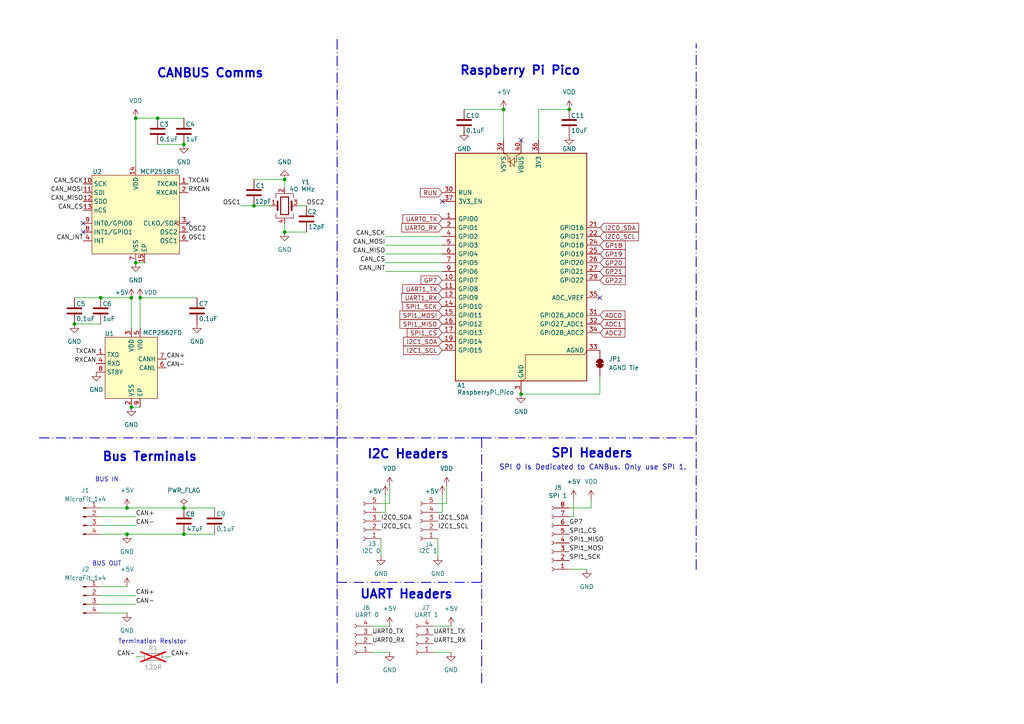
<source format=kicad_sch>
(kicad_sch (version 20250114) (generator "eeschema") (generator_version "9.0")
  (paper "A4")
  (title_block (title "LEOS Stack - Microcontroller & Connectivity") (date "2025-09-30") (rev "2") (company "VIP Lightning From the Edge of Space"))
  (lib_symbols
    (symbol "Connector:Conn_01x04_Pin" (pin_names (offset 1.016) (hide yes))
      (property "Reference" "J" (at 0 5.08 0))
      (property "Value" "Conn_01x04_Pin" (at 0 -7.62 0))
      (symbol "Conn_01x04_Pin_1_1"
        (rectangle (start 0.8636 2.667) (end 0 2.413) (stroke (width 0.1524)) (fill (type outline)))
        (rectangle (start 0.8636 0.127) (end 0 -0.127) (stroke (width 0.1524)) (fill (type outline)))
        (rectangle (start 0.8636 -2.413) (end 0 -2.667) (stroke (width 0.1524)) (fill (type outline)))
        (rectangle (start 0.8636 -4.953) (end 0 -5.207) (stroke (width 0.1524)) (fill (type outline)))
        (polyline (pts (xy 1.27 2.54) (xy 0.8636 2.54)) (stroke (width 0.1524)))
        (polyline (pts (xy 1.27 0) (xy 0.8636 0)) (stroke (width 0.1524)))
        (polyline (pts (xy 1.27 -2.54) (xy 0.8636 -2.54)) (stroke (width 0.1524)))
        (polyline (pts (xy 1.27 -5.08) (xy 0.8636 -5.08)) (stroke (width 0.1524)))
        (pin passive line (at 5.08 2.54 180) (length 3.81) (name "Pin_1") (number "1"))
        (pin passive line (at 5.08 0 180) (length 3.81) (name "Pin_2") (number "2"))
        (pin passive line (at 5.08 -2.54 180) (length 3.81) (name "Pin_3") (number "3"))
        (pin passive line (at 5.08 -5.08 180) (length 3.81) (name "Pin_4") (number "4"))
      )
    )
    (symbol "Connector:Conn_01x04_Socket" (pin_names (offset 1.016) (hide yes))
      (property "Reference" "J" (at 0 5.08 0))
      (property "Value" "Conn_01x04_Socket" (at 0 -7.62 0))
      (symbol "Conn_01x04_Socket_1_1"
        (polyline (pts (xy -1.27 2.54) (xy -0.508 2.54)) (stroke (width 0.1524)))
        (polyline (pts (xy -1.27 0) (xy -0.508 0)) (stroke (width 0.1524)))
        (polyline (pts (xy -1.27 -2.54) (xy -0.508 -2.54)) (stroke (width 0.1524)))
        (polyline (pts (xy -1.27 -5.08) (xy -0.508 -5.08)) (stroke (width 0.1524)))
        (arc (start 0 2.032) (mid -0.5058 2.54) (end 0 3.048) (stroke (width 0.1524)))
        (arc (start 0 -0.508) (mid -0.5058 0) (end 0 0.508) (stroke (width 0.1524)))
        (arc (start 0 -3.048) (mid -0.5058 -2.54) (end 0 -2.032) (stroke (width 0.1524)))
        (arc (start 0 -5.588) (mid -0.5058 -5.08) (end 0 -4.572) (stroke (width 0.1524)))
        (pin passive line (at -5.08 2.54 0) (length 3.81) (name "Pin_1") (number "1"))
        (pin passive line (at -5.08 0 0) (length 3.81) (name "Pin_2") (number "2"))
        (pin passive line (at -5.08 -2.54 0) (length 3.81) (name "Pin_3") (number "3"))
        (pin passive line (at -5.08 -5.08 0) (length 3.81) (name "Pin_4") (number "4"))
      )
    )
    (symbol "Connector:Conn_01x05_Socket" (pin_names (offset 1.016) (hide yes))
      (property "Reference" "J" (at 0 7.62 0))
      (property "Value" "Conn_01x05_Socket" (at 0 -7.62 0))
      (symbol "Conn_01x05_Socket_1_1"
        (polyline (pts (xy -1.27 5.08) (xy -0.508 5.08)) (stroke (width 0.1524)))
        (polyline (pts (xy -1.27 2.54) (xy -0.508 2.54)) (stroke (width 0.1524)))
        (polyline (pts (xy -1.27 0) (xy -0.508 0)) (stroke (width 0.1524)))
        (polyline (pts (xy -1.27 -2.54) (xy -0.508 -2.54)) (stroke (width 0.1524)))
        (polyline (pts (xy -1.27 -5.08) (xy -0.508 -5.08)) (stroke (width 0.1524)))
        (arc (start 0 4.572) (mid -0.5058 5.08) (end 0 5.588) (stroke (width 0.1524)))
        (arc (start 0 2.032) (mid -0.5058 2.54) (end 0 3.048) (stroke (width 0.1524)))
        (arc (start 0 -0.508) (mid -0.5058 0) (end 0 0.508) (stroke (width 0.1524)))
        (arc (start 0 -3.048) (mid -0.5058 -2.54) (end 0 -2.032) (stroke (width 0.1524)))
        (arc (start 0 -5.588) (mid -0.5058 -5.08) (end 0 -4.572) (stroke (width 0.1524)))
        (pin passive line (at -5.08 5.08 0) (length 3.81) (name "Pin_1") (number "1"))
        (pin passive line (at -5.08 2.54 0) (length 3.81) (name "Pin_2") (number "2"))
        (pin passive line (at -5.08 0 0) (length 3.81) (name "Pin_3") (number "3"))
        (pin passive line (at -5.08 -2.54 0) (length 3.81) (name "Pin_4") (number "4"))
        (pin passive line (at -5.08 -5.08 0) (length 3.81) (name "Pin_5") (number "5"))
      )
    )
    (symbol "Connector:Conn_01x08_Socket" (pin_names (offset 1.016) (hide yes))
      (property "Reference" "J" (at 0 10.16 0))
      (property "Value" "Conn_01x08_Socket" (at 0 -12.7 0))
      (symbol "Conn_01x08_Socket_1_1"
        (polyline (pts (xy -1.27 7.62) (xy -0.508 7.62)) (stroke (width 0.1524)))
        (polyline (pts (xy -1.27 5.08) (xy -0.508 5.08)) (stroke (width 0.1524)))
        (polyline (pts (xy -1.27 2.54) (xy -0.508 2.54)) (stroke (width 0.1524)))
        (polyline (pts (xy -1.27 0) (xy -0.508 0)) (stroke (width 0.1524)))
        (polyline (pts (xy -1.27 -2.54) (xy -0.508 -2.54)) (stroke (width 0.1524)))
        (polyline (pts (xy -1.27 -5.08) (xy -0.508 -5.08)) (stroke (width 0.1524)))
        (polyline (pts (xy -1.27 -7.62) (xy -0.508 -7.62)) (stroke (width 0.1524)))
        (polyline (pts (xy -1.27 -10.16) (xy -0.508 -10.16)) (stroke (width 0.1524)))
        (arc (start 0 7.112) (mid -0.5058 7.62) (end 0 8.128) (stroke (width 0.1524)))
        (arc (start 0 4.572) (mid -0.5058 5.08) (end 0 5.588) (stroke (width 0.1524)))
        (arc (start 0 2.032) (mid -0.5058 2.54) (end 0 3.048) (stroke (width 0.1524)))
        (arc (start 0 -0.508) (mid -0.5058 0) (end 0 0.508) (stroke (width 0.1524)))
        (arc (start 0 -3.048) (mid -0.5058 -2.54) (end 0 -2.032) (stroke (width 0.1524)))
        (arc (start 0 -5.588) (mid -0.5058 -5.08) (end 0 -4.572) (stroke (width 0.1524)))
        (arc (start 0 -8.128) (mid -0.5058 -7.62) (end 0 -7.112) (stroke (width 0.1524)))
        (arc (start 0 -10.668) (mid -0.5058 -10.16) (end 0 -9.652) (stroke (width 0.1524)))
        (pin passive line (at -5.08 7.62 0) (length 3.81) (name "Pin_1") (number "1"))
        (pin passive line (at -5.08 5.08 0) (length 3.81) (name "Pin_2") (number "2"))
        (pin passive line (at -5.08 2.54 0) (length 3.81) (name "Pin_3") (number "3"))
        (pin passive line (at -5.08 0 0) (length 3.81) (name "Pin_4") (number "4"))
        (pin passive line (at -5.08 -2.54 0) (length 3.81) (name "Pin_5") (number "5"))
        (pin passive line (at -5.08 -5.08 0) (length 3.81) (name "Pin_6") (number "6"))
        (pin passive line (at -5.08 -7.62 0) (length 3.81) (name "Pin_7") (number "7"))
        (pin passive line (at -5.08 -10.16 0) (length 3.81) (name "Pin_8") (number "8"))
      )
    )
    (symbol "Device:C" (pin_numbers (hide yes)) (pin_names (offset 0.254))
      (property "Reference" "C" (at 0.635 2.54 0))
      (property "Value" "C" (at 0.635 -2.54 0))
      (symbol "C_0_1"
        (polyline (pts (xy -2.032 0.762) (xy 2.032 0.762)) (stroke (width 0.508)))
        (polyline (pts (xy -2.032 -0.762) (xy 2.032 -0.762)) (stroke (width 0.508)))
      )
      (symbol "C_1_1"
        (pin passive line (at 0 3.81 270) (length 2.794) (name "~") (number "1"))
        (pin passive line (at 0 -3.81 90) (length 2.794) (name "~") (number "2"))
      )
    )
    (symbol "Device:Crystal_GND24" (pin_names (offset 1.016) (hide yes))
      (property "Reference" "Y" (at 3.175 5.08 0))
      (property "Value" "Crystal_GND24" (at 3.175 3.175 0))
      (symbol "Crystal_GND24_0_1"
        (polyline (pts (xy -2.54 2.286) (xy -2.54 3.556) (xy 2.54 3.556) (xy 2.54 2.286)))
        (polyline (pts (xy -2.54 0) (xy -2.032 0)))
        (polyline (pts (xy -2.54 -2.286) (xy -2.54 -3.556) (xy 2.54 -3.556) (xy 2.54 -2.286)))
        (polyline (pts (xy -2.032 -1.27) (xy -2.032 1.27)) (stroke (width 0.508)))
        (rectangle (start -1.143 2.54) (end 1.143 -2.54) (stroke (width 0.3048)))
        (polyline (pts (xy 0 3.556) (xy 0 3.81)))
        (polyline (pts (xy 0 -3.81) (xy 0 -3.556)))
        (polyline (pts (xy 2.032 0) (xy 2.54 0)))
        (polyline (pts (xy 2.032 -1.27) (xy 2.032 1.27)) (stroke (width 0.508)))
      )
      (symbol "Crystal_GND24_1_1"
        (pin passive line (at -3.81 0 0) (length 1.27) (name "1") (number "1"))
        (pin passive line (at 0 5.08 270) (length 1.27) (name "2") (number "2"))
        (pin passive line (at 0 -5.08 90) (length 1.27) (name "4") (number "4"))
        (pin passive line (at 3.81 0 180) (length 1.27) (name "3") (number "3"))
      )
    )
    (symbol "Device:R" (pin_numbers (hide yes)) (pin_names (offset 0))
      (property "Reference" "R" (at 2.032 0 90))
      (property "Value" "R" (at 0 0 90))
      (symbol "R_0_1"
        (rectangle (start -1.016 -2.54) (end 1.016 2.54) (stroke (width 0.254)))
      )
      (symbol "R_1_1"
        (pin passive line (at 0 3.81 270) (length 1.27) (name "~") (number "1"))
        (pin passive line (at 0 -3.81 90) (length 1.27) (name "~") (number "2"))
      )
    )
    (symbol "Jumper:SolderJumper_2_Bridged" (pin_numbers (hide yes)) (pin_names (offset 0) (hide yes)) (in_bom no)
      (property "Reference" "JP" (at 0 2.032 0))
      (property "Value" "SolderJumper_2_Bridged" (at 0 -2.54 0))
      (symbol "SolderJumper_2_Bridged_0_1"
        (rectangle (start -0.508 0.508) (end 0.508 -0.508) (fill (type outline)))
        (polyline (pts (xy -0.254 1.016) (xy -0.254 -1.016)))
        (arc (start -0.254 -1.016) (mid -1.2656 0) (end -0.254 1.016))
        (arc (start -0.254 -1.016) (mid -1.2656 0) (end -0.254 1.016) (fill (type outline)))
        (arc (start 0.254 1.016) (mid 1.2656 0) (end 0.254 -1.016))
        (arc (start 0.254 1.016) (mid 1.2656 0) (end 0.254 -1.016) (fill (type outline)))
        (polyline (pts (xy 0.254 1.016) (xy 0.254 -1.016)))
      )
      (symbol "SolderJumper_2_Bridged_1_1"
        (pin passive line (at -3.81 0 0) (length 2.54) (name "A") (number "1"))
        (pin passive line (at 3.81 0 180) (length 2.54) (name "B") (number "2"))
      )
    )
    (symbol "LEOS:MCP2518FD"
      (property "Reference" "U" (at -11.684 11.43 0))
      (property "Value" "MCP2518FD" (at 6.604 11.43 0))
      (symbol "MCP2518FD_1_1"
        (rectangle (start -12.7 10.16) (end 12.7 -12.7) (fill (type background)))
        (pin input line (at -15.24 7.62 0) (length 2.54) (name "SCK") (number "10"))
        (pin input line (at -15.24 5.08 0) (length 2.54) (name "SDI") (number "11"))
        (pin output line (at -15.24 2.54 0) (length 2.54) (name "SDO") (number "12"))
        (pin input line (at -15.24 0 0) (length 2.54) (name "nCS") (number "13"))
        (pin bidirectional line (at -15.24 -3.81 0) (length 2.54) (name "INT0/GPIO0") (number "9"))
        (pin bidirectional line (at -15.24 -6.35 0) (length 2.54) (name "INT1/GPIO1") (number "8"))
        (pin output line (at -15.24 -8.89 0) (length 2.54) (name "INT") (number "4"))
        (pin power_in line (at 0 12.7 270) (length 2.54) (name "VDD") (number "14"))
        (pin power_in line (at 0 -15.24 90) (length 2.54) (name "VSS") (number "7"))
        (pin power_in line (at 2.54 -15.24 90) (length 2.54) (name "EP") (number "15"))
        (pin output line (at 15.24 7.62 180) (length 2.54) (name "TXCAN") (number "1"))
        (pin input line (at 15.24 5.08 180) (length 2.54) (name "RXCAN") (number "2"))
        (pin output clock (at 15.24 -3.81 180) (length 2.54) (name "CLKO/SOF") (number "3"))
        (pin output line (at 15.24 -6.35 180) (length 2.54) (name "OSC2") (number "5"))
        (pin input line (at 15.24 -8.89 180) (length 2.54) (name "OSC1") (number "6"))
      )
    )
    (symbol "LEOS:MCP2562FD"
      (property "Reference" "U" (at -6.858 9.906 0))
      (property "Value" "MCP2562FD" (at 8.636 9.906 0))
      (symbol "MCP2562FD_1_1"
        (rectangle (start -7.62 8.89) (end 7.62 -8.89) (fill (type background)))
        (pin input line (at -10.16 3.81 0) (length 2.54) (name "TXD") (number "1"))
        (pin output line (at -10.16 1.27 0) (length 2.54) (name "RXD") (number "4"))
        (pin input line (at -10.16 -1.27 0) (length 2.54) (name "STBY") (number "8"))
        (pin power_in line (at 0 11.43 270) (length 2.54) (name "VDD") (number "3"))
        (pin power_in line (at 0 -11.43 90) (length 2.54) (name "VSS") (number "2"))
        (pin power_in line (at 2.54 11.43 270) (length 2.54) (name "VIO") (number "5"))
        (pin power_in line (at 2.54 -11.43 90) (length 2.54) (name "EP") (number "9"))
        (pin bidirectional line (at 10.16 2.54 180) (length 2.54) (name "CANH") (number "7"))
        (pin bidirectional line (at 10.16 0 180) (length 2.54) (name "CANL") (number "6"))
      )
    )
    (symbol "MCU_Module:RaspberryPi_Pico" (pin_names (offset 0.762))
      (property "Reference" "A" (at -19.05 35.56 0))
      (property "Value" "RaspberryPi_Pico" (at 7.62 35.56 0))
      (symbol "RaspberryPi_Pico_0_1"
        (rectangle (start -19.05 34.29) (end 19.05 -31.75) (stroke (width 0.254)) (fill (type background)))
        (polyline (pts (xy -5.08 34.29) (xy -3.81 33.655) (xy -3.81 31.75) (xy -3.175 31.75)))
        (polyline (pts (xy -3.429 32.766) (xy -3.429 33.02) (xy -3.175 33.02) (xy -3.175 30.48) (xy -2.921 30.48) (xy -2.921 30.734)))
        (polyline (pts (xy -3.175 31.75) (xy -1.905 33.02) (xy -1.905 30.48) (xy -3.175 31.75)))
        (polyline (pts (xy 0 34.29) (xy -1.27 33.655) (xy -1.27 31.75) (xy -1.905 31.75)))
        (polyline (pts (xy 0 -31.75) (xy 1.27 -31.115) (xy 1.27 -24.13) (xy 18.415 -24.13) (xy 19.05 -22.86)))
      )
      (symbol "RaspberryPi_Pico_1_1"
        (pin passive line (at -22.86 22.86 0) (length 3.81) (name "RUN") (number "30"))
        (pin passive line (at -22.86 20.32 0) (length 3.81) (name "3V3_EN") (number "37"))
        (pin bidirectional line (at -22.86 15.24 0) (length 3.81) (name "GPIO0") (number "1"))
        (pin bidirectional line (at -22.86 12.7 0) (length 3.81) (name "GPIO1") (number "2"))
        (pin bidirectional line (at -22.86 10.16 0) (length 3.81) (name "GPIO2") (number "4"))
        (pin bidirectional line (at -22.86 7.62 0) (length 3.81) (name "GPIO3") (number "5"))
        (pin bidirectional line (at -22.86 5.08 0) (length 3.81) (name "GPIO4") (number "6"))
        (pin bidirectional line (at -22.86 2.54 0) (length 3.81) (name "GPIO5") (number "7"))
        (pin bidirectional line (at -22.86 0 0) (length 3.81) (name "GPIO6") (number "9"))
        (pin bidirectional line (at -22.86 -2.54 0) (length 3.81) (name "GPIO7") (number "10"))
        (pin bidirectional line (at -22.86 -5.08 0) (length 3.81) (name "GPIO8") (number "11"))
        (pin bidirectional line (at -22.86 -7.62 0) (length 3.81) (name "GPIO9") (number "12"))
        (pin bidirectional line (at -22.86 -10.16 0) (length 3.81) (name "GPIO10") (number "14"))
        (pin bidirectional line (at -22.86 -12.7 0) (length 3.81) (name "GPIO11") (number "15"))
        (pin bidirectional line (at -22.86 -15.24 0) (length 3.81) (name "GPIO12") (number "16"))
        (pin bidirectional line (at -22.86 -17.78 0) (length 3.81) (name "GPIO13") (number "17"))
        (pin bidirectional line (at -22.86 -20.32 0) (length 3.81) (name "GPIO14") (number "19"))
        (pin bidirectional line (at -22.86 -22.86 0) (length 3.81) (name "GPIO15") (number "20"))
        (pin power_in line (at -5.08 38.1 270) (length 3.81) (name "VSYS") (number "39"))
        (pin power_out line (at 0 38.1 270) (length 3.81) (name "VBUS") (number "40"))
        (pin passive line (at 0 -35.56 90) (length 3.81) (hide yes) (name "GND") (number "13"))
        (pin passive line (at 0 -35.56 90) (length 3.81) (hide yes) (name "GND") (number "18"))
        (pin passive line (at 0 -35.56 90) (length 3.81) (hide yes) (name "GND") (number "23"))
        (pin passive line (at 0 -35.56 90) (length 3.81) (hide yes) (name "GND") (number "28"))
        (pin power_out line (at 0 -35.56 90) (length 3.81) (name "GND") (number "3"))
        (pin passive line (at 0 -35.56 90) (length 3.81) (hide yes) (name "GND") (number "38"))
        (pin passive line (at 0 -35.56 90) (length 3.81) (hide yes) (name "GND") (number "8"))
        (pin power_out line (at 5.08 38.1 270) (length 3.81) (name "3V3") (number "36"))
        (pin bidirectional line (at 22.86 12.7 180) (length 3.81) (name "GPIO16") (number "21"))
        (pin bidirectional line (at 22.86 10.16 180) (length 3.81) (name "GPIO17") (number "22"))
        (pin bidirectional line (at 22.86 7.62 180) (length 3.81) (name "GPIO18") (number "24"))
        (pin bidirectional line (at 22.86 5.08 180) (length 3.81) (name "GPIO19") (number "25"))
        (pin bidirectional line (at 22.86 2.54 180) (length 3.81) (name "GPIO20") (number "26"))
        (pin bidirectional line (at 22.86 0 180) (length 3.81) (name "GPIO21") (number "27"))
        (pin bidirectional line (at 22.86 -2.54 180) (length 3.81) (name "GPIO22") (number "29"))
        (pin power_in line (at 22.86 -7.62 180) (length 3.81) (name "ADC_VREF") (number "35"))
        (pin bidirectional line (at 22.86 -12.7 180) (length 3.81) (name "GPIO26_ADC0") (number "31"))
        (pin bidirectional line (at 22.86 -15.24 180) (length 3.81) (name "GPIO27_ADC1") (number "32"))
        (pin bidirectional line (at 22.86 -17.78 180) (length 3.81) (name "GPIO28_ADC2") (number "34"))
        (pin power_out line (at 22.86 -22.86 180) (length 3.81) (name "AGND") (number "33"))
      )
    )
    (symbol "power:+5V" (power) (pin_numbers (hide yes)) (pin_names (offset 0) (hide yes))
      (property "Value" "+5V" (at 0 3.556 0))
      (symbol "+5V_0_1"
        (polyline (pts (xy -0.762 1.27) (xy 0 2.54)))
        (polyline (pts (xy 0 2.54) (xy 0.762 1.27)))
        (polyline (pts (xy 0 0) (xy 0 2.54)))
      )
      (symbol "+5V_1_1"
        (pin power_in line (at 0 0 90) (length 0) (name "~") (number "1"))
      )
    )
    (symbol "power:GND" (power) (pin_numbers (hide yes)) (pin_names (offset 0) (hide yes))
      (property "Value" "GND" (at 0 -3.81 0))
      (symbol "GND_0_1"
        (polyline (pts (xy 0 0) (xy 0 -1.27) (xy 1.27 -1.27) (xy 0 -2.54) (xy -1.27 -1.27) (xy 0 -1.27)))
      )
      (symbol "GND_1_1"
        (pin power_in line (at 0 0 270) (length 0) (name "~") (number "1"))
      )
    )
    (symbol "power:PWR_FLAG" (power) (pin_numbers (hide yes)) (pin_names (offset 0) (hide yes))
      (property "Value" "PWR_FLAG" (at 0 3.81 0))
      (symbol "PWR_FLAG_0_0"
        (pin power_out line (at 0 0 90) (length 0) (name "~") (number "1"))
      )
      (symbol "PWR_FLAG_0_1"
        (polyline (pts (xy 0 0) (xy 0 1.27) (xy -1.016 1.905) (xy 0 2.54) (xy 1.016 1.905) (xy 0 1.27)))
      )
    )
    (symbol "power:VDD" (power) (pin_numbers (hide yes)) (pin_names (offset 0) (hide yes))
      (property "Value" "VDD" (at 0 3.556 0))
      (symbol "VDD_0_1"
        (polyline (pts (xy -0.762 1.27) (xy 0 2.54)))
        (polyline (pts (xy 0 2.54) (xy 0.762 1.27)))
        (polyline (pts (xy 0 0) (xy 0 2.54)))
      )
      (symbol "VDD_1_1"
        (pin power_in line (at 0 0 90) (length 0) (name "~") (number "1"))
      )
    )
  )
  (text "CANBUS Comms" (at 60.96 21.336 0) (effects (font (size 2.54 2.54) (thickness 0.508) (bold yes))))
  (text "SPI 0 Is Dedicated to CANBus. Only use SPI 1." (at 171.958 135.636 0) (effects (font (size 1.5 1.5) (thickness 0.1875))))
  (text "Raspberry Pi Pico" (at 150.876 20.574 0) (effects (font (size 2.54 2.54) (thickness 0.508) (bold yes))))
  (text "I2C Headers" (at 118.364 131.826 0) (effects (font (size 2.54 2.54) (thickness 0.508) (bold yes))))
  (text "SPI Headers" (at 171.704 131.572 0) (effects (font (size 2.54 2.54) (thickness 0.508) (bold yes))))
  (text "BUS IN" (at 30.988 139.192 0) (effects (font (size 1.27 1.27))))
  (text "UART Headers" (at 117.856 172.466 0) (effects (font (size 2.54 2.54) (thickness 0.508) (bold yes))))
  (text "Termination Resistor" (at 44.196 186.182 0) (effects (font (size 1.27 1.27))))
  (text "BUS OUT" (at 30.988 163.576 0) (effects (font (size 1.27 1.27))))
  (text "Bus Terminals" (at 43.434 132.588 0) (effects (font (size 2.54 2.54) (thickness 0.508) (bold yes))))
  (junction (at 29.21 86.36))
  (junction (at 73.66 59.69))
  (junction (at 21.59 93.98))
  (junction (at 82.55 52.07))
  (junction (at 165.1 31.75))
  (junction (at 53.34 147.32))
  (junction (at 36.83 147.32))
  (junction (at 38.1 118.11))
  (junction (at 82.55 67.31))
  (junction (at 38.1 86.36))
  (junction (at 36.83 154.94))
  (junction (at 45.72 34.29))
  (junction (at 53.34 41.91))
  (junction (at 39.37 76.2))
  (junction (at 53.34 154.94))
  (junction (at 151.13 114.3))
  (junction (at 40.64 86.36))
  (junction (at 39.37 34.29))
  (junction (at 146.05 31.75))
  (no_connect (at 151.13 40.64))
  (no_connect (at 128.27 58.42))
  (no_connect (at 24.13 67.31))
  (no_connect (at 54.61 64.77))
  (no_connect (at 173.99 86.36))
  (no_connect (at 24.13 64.77))
  (wire (pts (xy 45.72 34.29) (xy 53.34 34.29)))
  (wire (pts (xy 45.72 41.91) (xy 53.34 41.91)))
  (wire (pts (xy 29.21 172.72) (xy 39.37 172.72)))
  (polyline (pts (xy 139.7 127) (xy 201.93 127)) (stroke (width 0.254) (type dash_dot)))
  (wire (pts (xy 165.1 165.1) (xy 170.18 165.1)))
  (wire (pts (xy 39.37 76.2) (xy 41.91 76.2)))
  (wire (pts (xy 173.99 109.22) (xy 173.99 114.3)))
  (wire (pts (xy 165.1 147.32) (xy 171.45 147.32)))
  (wire (pts (xy 29.21 154.94) (xy 36.83 154.94)))
  (wire (pts (xy 113.03 140.97) (xy 113.03 146.05)))
  (wire (pts (xy 53.34 147.32) (xy 62.23 147.32)))
  (wire (pts (xy 73.66 52.07) (xy 82.55 52.07)))
  (wire (pts (xy 129.54 146.05) (xy 129.54 140.97)))
  (wire (pts (xy 40.64 86.36) (xy 57.15 86.36)))
  (wire (pts (xy 134.62 31.75) (xy 146.05 31.75)))
  (wire (pts (xy 111.76 78.74) (xy 128.27 78.74)))
  (wire (pts (xy 171.45 147.32) (xy 171.45 144.78)))
  (polyline (pts (xy 11.43 127) (xy 97.79 127)) (stroke (width 0.254) (type dash_dot)))
  (wire (pts (xy 73.66 59.69) (xy 78.74 59.69)))
  (wire (pts (xy 82.55 64.77) (xy 82.55 67.31)))
  (wire (pts (xy 151.13 114.3) (xy 173.99 114.3)))
  (polyline (pts (xy 139.7 127) (xy 139.7 198.12)) (stroke (width 0.254) (type dash_dot)))
  (wire (pts (xy 29.21 147.32) (xy 36.83 147.32)))
  (wire (pts (xy 113.03 146.05) (xy 110.49 146.05)))
  (wire (pts (xy 29.21 149.86) (xy 39.37 149.86)))
  (wire (pts (xy 86.36 59.69) (xy 88.9 59.69)))
  (wire (pts (xy 130.81 189.23) (xy 125.73 189.23)))
  (wire (pts (xy 130.81 181.61) (xy 125.73 181.61)))
  (wire (pts (xy 111.76 148.59) (xy 110.49 148.59)))
  (wire (pts (xy 111.76 143.51) (xy 111.76 148.59)))
  (polyline (pts (xy 97.79 168.91) (xy 139.7 168.91)) (stroke (width 0.254) (type dash_dot)))
  (wire (pts (xy 128.27 148.59) (xy 128.27 143.51)))
  (wire (pts (xy 38.1 118.11) (xy 40.64 118.11)))
  (wire (pts (xy 111.76 73.66) (xy 128.27 73.66)))
  (wire (pts (xy 166.37 149.86) (xy 166.37 144.78)))
  (wire (pts (xy 53.34 154.94) (xy 62.23 154.94)))
  (wire (pts (xy 29.21 175.26) (xy 39.37 175.26)))
  (wire (pts (xy 129.54 146.05) (xy 127 146.05)))
  (wire (pts (xy 36.83 154.94) (xy 53.34 154.94)))
  (wire (pts (xy 110.49 156.21) (xy 110.49 161.29)))
  (wire (pts (xy 111.76 68.58) (xy 128.27 68.58)))
  (wire (pts (xy 165.1 149.86) (xy 166.37 149.86)))
  (wire (pts (xy 40.64 95.25) (xy 40.64 86.36)))
  (wire (pts (xy 39.37 190.5) (xy 40.64 190.5)))
  (polyline (pts (xy 97.79 127) (xy 97.79 198.12)) (stroke (width 0.254) (type dash_dot)))
  (wire (pts (xy 111.76 76.2) (xy 128.27 76.2)))
  (wire (pts (xy 128.27 148.59) (xy 127 148.59)))
  (polyline (pts (xy 97.79 11.43) (xy 97.79 127)) (stroke (width 0.254) (type dash_dot)))
  (wire (pts (xy 146.05 31.75) (xy 146.05 40.64)))
  (wire (pts (xy 156.21 40.64) (xy 156.21 31.75)))
  (polyline (pts (xy 93.98 127) (xy 97.79 127)) (stroke (width 0.254) (type dash_dot)))
  (wire (pts (xy 111.76 71.12) (xy 128.27 71.12)))
  (wire (pts (xy 127 156.21) (xy 127 161.29)))
  (wire (pts (xy 38.1 86.36) (xy 38.1 95.25)))
  (wire (pts (xy 39.37 34.29) (xy 45.72 34.29)))
  (wire (pts (xy 38.1 86.36) (xy 29.21 86.36)))
  (polyline (pts (xy 201.93 165.1) (xy 201.93 12.7)) (stroke (width 0.254) (type dash_dot)))
  (wire (pts (xy 29.21 170.18) (xy 36.83 170.18)))
  (wire (pts (xy 21.59 86.36) (xy 29.21 86.36)))
  (wire (pts (xy 156.21 31.75) (xy 165.1 31.75)))
  (wire (pts (xy 29.21 177.8) (xy 36.83 177.8)))
  (polyline (pts (xy 97.79 127) (xy 139.7 127)) (stroke (width 0.254) (type dash_dot)))
  (wire (pts (xy 39.37 34.29) (xy 39.37 48.26)))
  (wire (pts (xy 29.21 152.4) (xy 39.37 152.4)))
  (wire (pts (xy 36.83 147.32) (xy 53.34 147.32)))
  (wire (pts (xy 82.55 52.07) (xy 82.55 54.61)))
  (wire (pts (xy 21.59 93.98) (xy 29.21 93.98)))
  (wire (pts (xy 113.03 189.23) (xy 107.95 189.23)))
  (wire (pts (xy 134.62 39.37) (xy 134.62 38.1)))
  (wire (pts (xy 82.55 67.31) (xy 88.9 67.31)))
  (wire (pts (xy 113.03 181.61) (xy 107.95 181.61)))
  (wire (pts (xy 49.53 190.5) (xy 48.26 190.5)))
  (wire (pts (xy 69.85 59.69) (xy 73.66 59.69)))
  (label "CAN_MOSI" (at 111.76 71.12 180))
  (label "CAN+" (at 39.37 149.86 0))
  (label "CAN_INT" (at 111.76 78.74 180))
  (label "UART1_TX" (at 125.73 184.15 0))
  (label "I2C1_SDA" (at 127 151.13 0))
  (label "TXCAN" (at 54.61 53.34 0))
  (label "SPI1_MISO" (at 165.1 157.48 0))
  (label "CAN+" (at 39.37 172.72 0))
  (label "I2C0_SDA" (at 110.49 151.13 0))
  (label "TXCAN" (at 27.94 102.87 180))
  (label "OSC1" (at 69.85 59.69 180))
  (label "OSC1" (at 54.61 69.85 0))
  (label "I2C0_SCL" (at 110.49 153.67 0))
  (label "CAN-" (at 39.37 175.26 0))
  (label "CAN_SCK" (at 111.76 68.58 180))
  (label "CAN_MISO" (at 24.13 58.42 180))
  (label "CAN_INT" (at 24.13 69.85 180))
  (label "CAN+" (at 48.26 104.14 0))
  (label "SPI1_CS" (at 165.1 154.94 0))
  (label "CAN_CS" (at 24.13 60.96 180))
  (label "CAN_SCK" (at 24.13 53.34 180))
  (label "OSC2" (at 54.61 67.31 0))
  (label "RXCAN" (at 54.61 55.88 0))
  (label "CAN-" (at 39.37 152.4 0))
  (label "CAN-" (at 39.37 190.5 180))
  (label "SPI1_MOSI" (at 165.1 160.02 0))
  (label "CAN_MOSI" (at 24.13 55.88 180))
  (label "RXCAN" (at 27.94 105.41 180))
  (label "CAN_MISO" (at 111.76 73.66 180))
  (label "CAN_CS" (at 111.76 76.2 180))
  (label "OSC2" (at 88.9 59.69 0))
  (label "CAN-" (at 48.26 106.68 0))
  (label "I2C1_SCL" (at 127 153.67 0))
  (label "CAN+" (at 49.53 190.5 0))
  (label "UART0_RX" (at 107.95 186.69 0))
  (label "SPI1_SCK" (at 165.1 162.56 0))
  (label "GP7" (at 165.1 152.4 0))
  (label "UART1_RX" (at 125.73 186.69 0))
  (label "UART0_TX" (at 107.95 184.15 0))
  (global_label "RUN" (shape input) (at 128.27 55.88 180) (property "Intersheetrefs" "${INTERSHEET_REFS}" (effects (hide yes))))
  (global_label "UART1_TX" (shape input) (at 128.27 83.82 180) (property "Intersheetrefs" "${INTERSHEET_REFS}" (effects (hide yes))))
  (global_label "UART0_RX" (shape input) (at 128.27 66.04 180) (property "Intersheetrefs" "${INTERSHEET_REFS}" (effects (hide yes))))
  (global_label "SPI1_SCK" (shape input) (at 128.27 88.9 180) (property "Intersheetrefs" "${INTERSHEET_REFS}" (effects (hide yes))))
  (global_label "GP18" (shape input) (at 173.99 71.12 0) (property "Intersheetrefs" "${INTERSHEET_REFS}" (effects (hide yes))))
  (global_label "GP22" (shape input) (at 173.99 81.28 0) (property "Intersheetrefs" "${INTERSHEET_REFS}" (effects (hide yes))))
  (global_label "GP19" (shape input) (at 173.99 73.66 0) (property "Intersheetrefs" "${INTERSHEET_REFS}" (effects (hide yes))))
  (global_label "GP21" (shape input) (at 173.99 78.74 0) (property "Intersheetrefs" "${INTERSHEET_REFS}" (effects (hide yes))))
  (global_label "GP20" (shape input) (at 173.99 76.2 0) (property "Intersheetrefs" "${INTERSHEET_REFS}" (effects (hide yes))))
  (global_label "I2C1_SDA" (shape input) (at 128.27 99.06 180) (property "Intersheetrefs" "${INTERSHEET_REFS}" (effects (hide yes))))
  (global_label "GP7" (shape input) (at 128.27 81.28 180) (property "Intersheetrefs" "${INTERSHEET_REFS}" (effects (hide yes))))
  (global_label "ADC0" (shape input) (at 173.99 91.44 0) (property "Intersheetrefs" "${INTERSHEET_REFS}" (effects (hide yes))))
  (global_label "I2C1_SCL" (shape input) (at 128.27 101.6 180) (property "Intersheetrefs" "${INTERSHEET_REFS}" (effects (hide yes))))
  (global_label "ADC2" (shape input) (at 173.99 96.52 0) (property "Intersheetrefs" "${INTERSHEET_REFS}" (effects (hide yes))))
  (global_label "UART0_TX" (shape input) (at 128.27 63.5 180) (property "Intersheetrefs" "${INTERSHEET_REFS}" (effects (hide yes))))
  (global_label "SPI1_MOSI" (shape input) (at 128.27 91.44 180) (property "Intersheetrefs" "${INTERSHEET_REFS}" (effects (hide yes))))
  (global_label "UART1_RX" (shape input) (at 128.27 86.36 180) (property "Intersheetrefs" "${INTERSHEET_REFS}" (effects (hide yes))))
  (global_label "I2C0_SCL" (shape input) (at 173.99 68.58 0) (property "Intersheetrefs" "${INTERSHEET_REFS}" (effects (hide yes))))
  (global_label "SPI1_MISO" (shape input) (at 128.27 93.98 180) (property "Intersheetrefs" "${INTERSHEET_REFS}" (effects (hide yes))))
  (global_label "SPI1_CS" (shape input) (at 128.27 96.52 180) (property "Intersheetrefs" "${INTERSHEET_REFS}" (effects (hide yes))))
  (global_label "I2C0_SDA" (shape input) (at 173.99 66.04 0) (property "Intersheetrefs" "${INTERSHEET_REFS}" (effects (hide yes))))
  (global_label "ADC1" (shape input) (at 173.99 93.98 0) (property "Intersheetrefs" "${INTERSHEET_REFS}" (effects (hide yes))))
  (symbol (lib_id "Device:C") (at 53.34 151.13 0) (unit 1)
    (property "Reference" "C8" (at 53.848 149.098 0) (effects (justify left)))
    (property "Value" "47uF" (at 54.102 153.416 0) (effects (justify left)))
    (property "Footprint" "Capacitor_SMD:C_0603_1608Metric" (effects (hide yes)))
    (property "Description" "Unpolarized capacitor" (effects (hide yes)))
  )
  (symbol (lib_id "Connector:Conn_01x05_Socket") (at 105.41 151.13 180) (unit 1)
    (property "Reference" "J3" (at 107.95 157.734 0))
    (property "Value" "I2C 0" (at 107.696 159.766 0))
    (property "Footprint" "Connector_PinSocket_2.54mm:PinSocket_1x05_P2.54mm_Horizontal" (effects (hide yes)))
    (property "Description" "Generic connector, single row, 01x05, script generated" (effects (hide yes)))
  )
  (symbol (lib_id "Connector:Conn_01x08_Socket") (at 160.02 157.48 180) (unit 1)
    (property "Reference" "J5" (at 161.798 141.478 0))
    (property "Value" "SPI 1" (at 161.798 143.764 0))
    (property "Footprint" "Connector_PinSocket_2.54mm:PinSocket_1x08_P2.54mm_Horizontal" (effects (hide yes)))
    (property "Description" "Generic connector, single row, 01x08, script generated" (effects (hide yes)))
  )
  (symbol (lib_id "Connector:Conn_01x04_Pin") (at 24.13 149.86 0) (unit 1)
    (property "Reference" "J1" (at 24.765 142.24 0))
    (property "Value" "MicroFit_1x4" (at 24.765 144.78 0))
    (property "Footprint" "Connector_Molex:Molex_Micro-Fit_3.0_43650-0410_1x04-1MP_P3.00mm_Horizontal_PnP" (effects (hide yes)))
    (property "Description" "Generic connector, single row, 01x04, script generated" (effects (hide yes)))
  )
  (symbol (lib_id "MCU_Module:RaspberryPi_Pico") (at 151.13 78.74 0) (unit 1)
    (property "Reference" "A1" (at 132.588 111.76 0) (effects (justify left)))
    (property "Value" "RaspberryPi_Pico" (at 132.588 113.792 0) (effects (justify left)))
    (property "Footprint" "Module:RaspberryPi_Pico_Common_THT" (effects (hide yes)))
    (property "Datasheet" "https://datasheets.raspberrypi.com/pico/pico-datasheet.pdf" (effects (hide yes)))
    (property "Description" "Versatile and inexpensive microcontroller module powered by RP2040 dual-core Arm Cortex-M0+ processor up to 133 MHz, 264kB SRAM, 2MB QSPI flash; also supports Raspberry Pi Pico 2" (effects (hide yes)))
  )
  (symbol (lib_id "Jumper:SolderJumper_2_Bridged") (at 173.99 105.41 90) (unit 1) (in_bom no)
    (property "Reference" "JP1" (at 176.53 104.1399 90) (effects (justify right)))
    (property "Value" "AGND Tie" (at 176.53 106.6799 90) (effects (justify right)))
    (property "Footprint" "Jumper:SolderJumper-2_P1.3mm_Bridged_RoundedPad1.0x1.5mm" (effects (hide yes)))
    (property "Description" "Solder Jumper, 2-pole, closed/bridged" (effects (hide yes)))
  )
  (symbol (lib_id "power:GND") (at 36.83 154.94 0) (unit 1)
    (property "Reference" "#PWR010" (effects (hide yes)))
    (property "Value" "GND" (at 36.83 160.02 0))
    (property "Description" "Power symbol creates a global label with name \"GND\" , ground" (effects (hide yes)))
  )
  (symbol (lib_id "power:+5V") (at 128.27 143.51 0) (unit 1)
    (property "Reference" "#PWR033" (effects (hide yes)))
    (property "Value" "+5V" (at 125.222 142.494 0))
    (property "Description" "Power symbol creates a global label with name \"+5V\"" (effects (hide yes)))
  )
  (symbol (lib_id "power:GND") (at 82.55 67.31 0) (unit 1)
    (property "Reference" "#PWR06" (effects (hide yes)))
    (property "Value" "GND" (at 82.55 72.39 0))
    (property "Description" "Power symbol creates a global label with name \"GND\" , ground" (effects (hide yes)))
  )
  (symbol (lib_id "power:+5V") (at 113.03 181.61 0) (unit 1)
    (property "Reference" "#PWR017" (effects (hide yes)))
    (property "Value" "+5V" (at 113.03 176.53 0))
    (property "Description" "Power symbol creates a global label with name \"+5V\"" (effects (hide yes)))
  )
  (symbol (lib_id "power:+5V") (at 38.1 86.36 0) (unit 1)
    (property "Reference" "#PWR03" (effects (hide yes)))
    (property "Value" "+5V" (at 35.306 84.836 0))
    (property "Description" "Power symbol creates a global label with name \"+5V\"" (effects (hide yes)))
  )
  (symbol (lib_id "power:GND") (at 134.62 38.1 0) (unit 1)
    (property "Reference" "#PWR019" (effects (hide yes)))
    (property "Value" "GND" (at 134.62 43.18 0))
    (property "Description" "Power symbol creates a global label with name \"GND\" , ground" (effects (hide yes)))
  )
  (symbol (lib_id "Device:C") (at 88.9 63.5 180) (unit 1)
    (property "Reference" "C2" (at 89.154 61.468 0) (effects (justify right)))
    (property "Value" "12pF" (at 89.408 65.786 0) (effects (justify right)))
    (property "Footprint" "Capacitor_SMD:C_0603_1608Metric" (effects (hide yes)))
    (property "Description" "Unpolarized capacitor" (effects (hide yes)))
  )
  (symbol (lib_id "power:VDD") (at 129.54 140.97 0) (unit 1)
    (property "Reference" "#PWR032" (effects (hide yes)))
    (property "Value" "VDD" (at 129.54 135.89 0))
    (property "Description" "Power symbol creates a global label with name \"VDD\"" (effects (hide yes)))
  )
  (symbol (lib_id "power:GND") (at 151.13 114.3 0) (unit 1)
    (property "Reference" "#PWR016" (effects (hide yes)))
    (property "Value" "GND" (at 151.13 119.38 0))
    (property "Description" "Power symbol creates a global label with name \"GND\" , ground" (effects (hide yes)))
  )
  (symbol (lib_id "power:VDD") (at 171.45 144.78 0) (unit 1)
    (property "Reference" "#PWR035" (effects (hide yes)))
    (property "Value" "VDD" (at 171.45 139.7 0))
    (property "Description" "Power symbol creates a global label with name \"VDD\"" (effects (hide yes)))
  )
  (symbol (lib_id "power:+5V") (at 36.83 147.32 0) (unit 1)
    (property "Reference" "#PWR09" (effects (hide yes)))
    (property "Value" "+5V" (at 36.83 142.24 0))
    (property "Description" "Power symbol creates a global label with name \"+5V\"" (effects (hide yes)))
  )
  (symbol (lib_id "power:GND") (at 82.55 52.07 180) (unit 1)
    (property "Reference" "#PWR07" (effects (hide yes)))
    (property "Value" "GND" (at 82.55 46.99 0))
    (property "Description" "Power symbol creates a global label with name \"GND\" , ground" (effects (hide yes)))
  )
  (symbol (lib_id "Connector:Conn_01x04_Socket") (at 120.65 186.69 180) (unit 1)
    (property "Reference" "J7" (at 123.444 176.276 0))
    (property "Value" "UART 1" (at 123.698 178.308 0))
    (property "Footprint" "Connector_PinSocket_2.54mm:PinSocket_1x04_P2.54mm_Horizontal" (effects (hide yes)))
    (property "Description" "Generic connector, single row, 01x04, script generated" (effects (hide yes)))
  )
  (symbol (lib_id "power:GND") (at 57.15 93.98 0) (unit 1)
    (property "Reference" "#PWR015" (effects (hide yes)))
    (property "Value" "GND" (at 57.15 99.06 0))
    (property "Description" "Power symbol creates a global label with name \"GND\" , ground" (effects (hide yes)))
  )
  (symbol (lib_id "power:PWR_FLAG") (at 53.34 147.32 0) (unit 1)
    (property "Reference" "#FLG01" (effects (hide yes)))
    (property "Value" "PWR_FLAG" (at 53.34 142.24 0))
    (property "Description" "Special symbol for telling ERC where power comes from" (effects (hide yes)))
  )
  (symbol (lib_id "power:GND") (at 53.34 41.91 0) (unit 1)
    (property "Reference" "#PWR04" (effects (hide yes)))
    (property "Value" "GND" (at 53.34 46.99 0))
    (property "Description" "Power symbol creates a global label with name \"GND\" , ground" (effects (hide yes)))
  )
  (symbol (lib_id "Device:C") (at 29.21 90.17 0) (unit 1)
    (property "Reference" "C6" (at 29.718 88.138 0) (effects (justify left)))
    (property "Value" "1uF" (at 29.718 92.456 0) (effects (justify left)))
    (property "Footprint" "Capacitor_SMD:C_0603_1608Metric" (effects (hide yes)))
    (property "Description" "Unpolarized capacitor" (effects (hide yes)))
  )
  (symbol (lib_id "Device:C") (at 21.59 90.17 0) (unit 1)
    (property "Reference" "C5" (at 22.098 88.138 0) (effects (justify left)))
    (property "Value" "0.1uF" (at 22.098 92.456 0) (effects (justify left)))
    (property "Footprint" "Capacitor_SMD:C_0603_1608Metric" (effects (hide yes)))
    (property "Description" "Unpolarized capacitor" (effects (hide yes)))
  )
  (symbol (lib_id "power:GND") (at 21.59 93.98 0) (unit 1)
    (property "Reference" "#PWR01" (effects (hide yes)))
    (property "Value" "GND" (at 21.59 99.06 0))
    (property "Description" "Power symbol creates a global label with name \"GND\" , ground" (effects (hide yes)))
  )
  (symbol (lib_id "power:GND") (at 27.94 107.95 0) (unit 1)
    (property "Reference" "#PWR08" (effects (hide yes)))
    (property "Value" "GND" (at 27.94 113.03 0))
    (property "Description" "Power symbol creates a global label with name \"GND\" , ground" (effects (hide yes)))
  )
  (symbol (lib_id "power:GND") (at 38.1 118.11 0) (unit 1)
    (property "Reference" "#PWR013" (effects (hide yes)))
    (property "Value" "GND" (at 38.1 123.19 0))
    (property "Description" "Power symbol creates a global label with name \"GND\" , ground" (effects (hide yes)))
  )
  (symbol (lib_id "power:GND") (at 165.1 39.37 0) (unit 1)
    (property "Reference" "#PWR021" (effects (hide yes)))
    (property "Value" "GND" (at 165.1 43.18 0))
    (property "Description" "Power symbol creates a global label with name \"GND\" , ground" (effects (hide yes)))
  )
  (symbol (lib_id "Device:C") (at 165.1 35.56 0) (unit 1)
    (property "Reference" "C11" (at 165.608 33.528 0) (effects (justify left)))
    (property "Value" "10uF" (at 165.608 37.846 0) (effects (justify left)))
    (property "Footprint" "Capacitor_SMD:C_0603_1608Metric" (effects (hide yes)))
    (property "Description" "Unpolarized capacitor" (effects (hide yes)))
  )
  (symbol (lib_id "power:GND") (at 170.18 165.1 0) (unit 1)
    (property "Reference" "#PWR024" (effects (hide yes)))
    (property "Value" "GND" (at 170.18 170.18 0))
    (property "Description" "Power symbol creates a global label with name \"GND\" , ground" (effects (hide yes)))
  )
  (symbol (lib_id "power:+5V") (at 146.05 31.75 0) (unit 1)
    (property "Reference" "#PWR020" (effects (hide yes)))
    (property "Value" "+5V" (at 146.05 26.67 0))
    (property "Description" "Power symbol creates a global label with name \"+5V\"" (effects (hide yes)))
  )
  (symbol (lib_id "Connector:Conn_01x04_Socket") (at 102.87 186.69 180) (unit 1)
    (property "Reference" "J6" (at 106.172 176.276 0))
    (property "Value" "UART 0" (at 106.426 178.308 0))
    (property "Footprint" "Connector_PinSocket_2.54mm:PinSocket_1x04_P2.54mm_Horizontal" (effects (hide yes)))
    (property "Description" "Generic connector, single row, 01x04, script generated" (effects (hide yes)))
  )
  (symbol (lib_id "power:GND") (at 113.03 189.23 0) (unit 1)
    (property "Reference" "#PWR018" (effects (hide yes)))
    (property "Value" "GND" (at 113.03 194.31 0))
    (property "Description" "Power symbol creates a global label with name \"GND\" , ground" (effects (hide yes)))
  )
  (symbol (lib_id "power:VDD") (at 40.64 86.36 0) (unit 1)
    (property "Reference" "#PWR014" (effects (hide yes)))
    (property "Value" "VDD" (at 43.688 84.836 0))
    (property "Description" "Power symbol creates a global label with name \"VDD\"" (effects (hide yes)))
  )
  (symbol (lib_id "Device:C") (at 53.34 38.1 0) (unit 1)
    (property "Reference" "C4" (at 53.848 36.068 0) (effects (justify left)))
    (property "Value" "1uF" (at 53.848 40.386 0) (effects (justify left)))
    (property "Footprint" "Capacitor_SMD:C_0603_1608Metric" (effects (hide yes)))
    (property "Description" "Unpolarized capacitor" (effects (hide yes)))
  )
  (symbol (lib_id "power:+5V") (at 166.37 144.78 0) (unit 1)
    (property "Reference" "#PWR025" (effects (hide yes)))
    (property "Value" "+5V" (at 166.37 139.7 0))
    (property "Description" "Power symbol creates a global label with name \"+5V\"" (effects (hide yes)))
  )
  (symbol (lib_id "Device:C") (at 57.15 90.17 0) (unit 1)
    (property "Reference" "C7" (at 57.658 88.138 0) (effects (justify left)))
    (property "Value" "0.1uF" (at 57.658 92.456 0) (effects (justify left)))
    (property "Footprint" "Capacitor_SMD:C_0603_1608Metric" (effects (hide yes)))
    (property "Description" "Unpolarized capacitor" (effects (hide yes)))
  )
  (symbol (lib_id "power:VDD") (at 39.37 34.29 0) (unit 1)
    (property "Reference" "#PWR02" (effects (hide yes)))
    (property "Value" "VDD" (at 39.37 29.21 0))
    (property "Description" "Power symbol creates a global label with name \"VDD\"" (effects (hide yes)))
  )
  (symbol (lib_id "Device:C") (at 73.66 55.88 180) (unit 1)
    (property "Reference" "C1" (at 74.168 53.848 0) (effects (justify right)))
    (property "Value" "12pF" (at 73.914 58.42 0) (effects (justify right)))
    (property "Footprint" "Capacitor_SMD:C_0603_1608Metric" (effects (hide yes)))
    (property "Description" "Unpolarized capacitor" (effects (hide yes)))
  )
  (symbol (lib_id "power:GND") (at 130.81 189.23 0) (unit 1)
    (property "Reference" "#PWR031" (effects (hide yes)))
    (property "Value" "GND" (at 130.81 194.31 0))
    (property "Description" "Power symbol creates a global label with name \"GND\" , ground" (effects (hide yes)))
  )
  (symbol (lib_id "power:+5V") (at 111.76 143.51 0) (unit 1)
    (property "Reference" "#PWR034" (effects (hide yes)))
    (property "Value" "+5V" (at 108.712 142.494 0))
    (property "Description" "Power symbol creates a global label with name \"+5V\"" (effects (hide yes)))
  )
  (symbol (lib_id "power:+5V") (at 130.81 181.61 0) (unit 1)
    (property "Reference" "#PWR023" (effects (hide yes)))
    (property "Value" "+5V" (at 130.81 176.53 0))
    (property "Description" "Power symbol creates a global label with name \"+5V\"" (effects (hide yes)))
  )
  (symbol (lib_id "LEOS:MCP2562FD") (at 38.1 106.68 0) (unit 1)
    (property "Reference" "U1" (at 31.75 96.774 0))
    (property "Value" "MCP2562FD" (at 41.402 96.52 0) (effects (justify left)))
    (property "Footprint" "Package_SO:SOIC-8_3.9x4.9mm_P1.27mm" (effects (hide yes)))
    (property "Datasheet" "https://ww1.microchip.com/downloads/en/devicedoc/20005284a.pdf" (effects (hide yes)))
    (property "Description" "High-Speed CAN Flexible Data Rate Transceiver" (effects (hide yes)))
  )
  (symbol (lib_id "Device:C") (at 62.23 151.13 0) (unit 1)
    (property "Reference" "C9" (at 62.738 149.098 0) (effects (justify left)))
    (property "Value" "0.1uF" (at 62.738 153.416 0) (effects (justify left)))
    (property "Footprint" "Capacitor_SMD:C_0603_1608Metric" (effects (hide yes)))
    (property "Description" "Unpolarized capacitor" (effects (hide yes)))
  )
  (symbol (lib_id "power:VDD") (at 165.1 31.75 0) (unit 1)
    (property "Reference" "#PWR022" (effects (hide yes)))
    (property "Value" "VDD" (at 165.1 26.67 0))
    (property "Description" "Power symbol creates a global label with name \"VDD\"" (effects (hide yes)))
  )
  (symbol (lib_id "power:GND") (at 39.37 76.2 0) (unit 1)
    (property "Reference" "#PWR05" (effects (hide yes)))
    (property "Value" "GND" (at 39.37 81.28 0))
    (property "Description" "Power symbol creates a global label with name \"GND\" , ground" (effects (hide yes)))
  )
  (symbol (lib_id "Device:R") (at 44.45 190.5 90) (unit 1) (dnp yes)
    (property "Reference" "R1" (at 45.72 187.96 90) (effects (justify left)))
    (property "Value" "120R" (at 46.99 193.548 90) (effects (justify left)))
    (property "Footprint" "Resistor_THT:R_Axial_DIN0207_L6.3mm_D2.5mm_P7.62mm_Horizontal" (effects (hide yes)))
    (property "Description" "Resistor" (effects (hide yes)))
  )
  (symbol (lib_id "Connector:Conn_01x04_Pin") (at 24.13 172.72 0) (unit 1)
    (property "Reference" "J2" (at 24.765 165.1 0))
    (property "Value" "MicroFit_1x4" (at 24.765 167.64 0))
    (property "Footprint" "Connector_Molex:Molex_Micro-Fit_3.0_43650-0410_1x04-1MP_P3.00mm_Horizontal_PnP" (effects (hide yes)))
    (property "Description" "Generic connector, single row, 01x04, script generated" (effects (hide yes)))
  )
  (symbol (lib_id "LEOS:MCP2518FD") (at 39.37 60.96 0) (unit 1)
    (property "Reference" "U2" (at 28.194 49.784 0))
    (property "Value" "MCP2518FD" (at 40.64 49.784 0) (effects (justify left)))
    (property "Footprint" "Package_SO:SOIC-14_3.9x8.7mm_P1.27mm" (effects (hide yes)))
    (property "Datasheet" "https://ww1.microchip.com/downloads/aemDocuments/documents/OTH/ProductDocuments/DataSheets/External-CAN-FD-Controller-with-SPI-Interface-DS20006027B.pdf" (effects (hide yes)))
    (property "Description" "External CAN FD Controller with SPI Interface" (effects (hide yes)))
  )
  (symbol (lib_id "Connector:Conn_01x05_Socket") (at 121.92 151.13 180) (unit 1)
    (property "Reference" "J4" (at 124.46 157.988 0))
    (property "Value" "I2C 1" (at 124.206 159.766 0))
    (property "Footprint" "Connector_PinSocket_2.54mm:PinSocket_1x05_P2.54mm_Horizontal" (effects (hide yes)))
    (property "Description" "Generic connector, single row, 01x05, script generated" (effects (hide yes)))
  )
  (symbol (lib_id "power:VDD") (at 113.03 140.97 0) (unit 1)
    (property "Reference" "#PWR029" (effects (hide yes)))
    (property "Value" "VDD" (at 113.03 135.89 0))
    (property "Description" "Power symbol creates a global label with name \"VDD\"" (effects (hide yes)))
  )
  (symbol (lib_id "power:GND") (at 127 161.29 0) (unit 1)
    (property "Reference" "#PWR028" (effects (hide yes)))
    (property "Value" "GND" (at 127 166.37 0))
    (property "Description" "Power symbol creates a global label with name \"GND\" , ground" (effects (hide yes)))
  )
  (symbol (lib_id "Device:Crystal_GND24") (at 82.55 59.69 0) (unit 1)
    (property "Reference" "Y1" (at 88.646 52.832 0))
    (property "Value" "40 MHz" (at 87.63 54.864 0))
    (property "Footprint" "Crystal:Crystal_SMD_3225-4Pin_3.2x2.5mm_HandSoldering" (effects (hide yes)))
  )
  (symbol (lib_id "power:+5V") (at 36.83 170.18 0) (unit 1)
    (property "Reference" "#PWR011" (effects (hide yes)))
    (property "Value" "+5V" (at 36.83 165.1 0))
    (property "Description" "Power symbol creates a global label with name \"+5V\"" (effects (hide yes)))
  )
  (symbol (lib_id "power:GND") (at 110.49 161.29 0) (unit 1)
    (property "Reference" "#PWR030" (effects (hide yes)))
    (property "Value" "GND" (at 110.49 166.37 0))
    (property "Description" "Power symbol creates a global label with name \"GND\" , ground" (effects (hide yes)))
  )
  (symbol (lib_id "power:GND") (at 36.83 177.8 0) (unit 1)
    (property "Reference" "#PWR012" (effects (hide yes)))
    (property "Value" "GND" (at 36.83 182.88 0))
    (property "Description" "Power symbol creates a global label with name \"GND\" , ground" (effects (hide yes)))
  )
  (symbol (lib_id "Device:C") (at 45.72 38.1 0) (unit 1)
    (property "Reference" "C3" (at 46.228 36.068 0) (effects (justify left)))
    (property "Value" "0.1uF" (at 46.228 40.386 0) (effects (justify left)))
    (property "Footprint" "Capacitor_SMD:C_0603_1608Metric" (effects (hide yes)))
    (property "Description" "Unpolarized capacitor" (effects (hide yes)))
  )
  (symbol (lib_id "Device:C") (at 134.62 35.56 0) (unit 1)
    (property "Reference" "C10" (at 135.128 33.528 0) (effects (justify left)))
    (property "Value" "0.1uF" (at 135.128 37.846 0) (effects (justify left)))
    (property "Footprint" "Capacitor_SMD:C_0603_1608Metric" (effects (hide yes)))
    (property "Description" "Unpolarized capacitor" (effects (hide yes)))
  )
)
</source>
